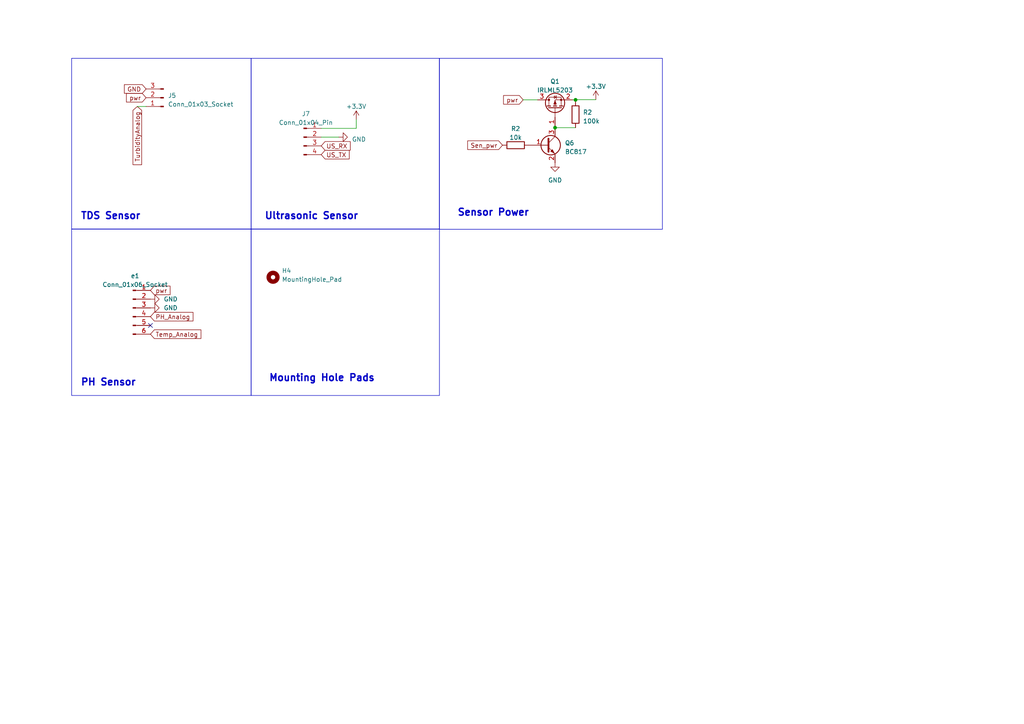
<source format=kicad_sch>
(kicad_sch (version 20230121) (generator eeschema)

  (uuid 8ecee2b4-30fd-4c0e-b0e5-063d2aae43a8)

  (paper "A4")

  (lib_symbols
    (symbol "Connector:Conn_01x03_Pin" (pin_names (offset 1.016) hide) (in_bom yes) (on_board yes)
      (property "Reference" "J" (at 0 5.08 0)
        (effects (font (size 1.27 1.27)))
      )
      (property "Value" "Conn_01x03_Pin" (at 0 -5.08 0)
        (effects (font (size 1.27 1.27)))
      )
      (property "Footprint" "" (at 0 0 0)
        (effects (font (size 1.27 1.27)) hide)
      )
      (property "Datasheet" "~" (at 0 0 0)
        (effects (font (size 1.27 1.27)) hide)
      )
      (property "ki_locked" "" (at 0 0 0)
        (effects (font (size 1.27 1.27)))
      )
      (property "ki_keywords" "connector" (at 0 0 0)
        (effects (font (size 1.27 1.27)) hide)
      )
      (property "ki_description" "Generic connector, single row, 01x03, script generated" (at 0 0 0)
        (effects (font (size 1.27 1.27)) hide)
      )
      (property "ki_fp_filters" "Connector*:*_1x??_*" (at 0 0 0)
        (effects (font (size 1.27 1.27)) hide)
      )
      (symbol "Conn_01x03_Pin_1_1"
        (polyline
          (pts
            (xy 1.27 -2.54)
            (xy 0.8636 -2.54)
          )
          (stroke (width 0.1524) (type default))
          (fill (type none))
        )
        (polyline
          (pts
            (xy 1.27 0)
            (xy 0.8636 0)
          )
          (stroke (width 0.1524) (type default))
          (fill (type none))
        )
        (polyline
          (pts
            (xy 1.27 2.54)
            (xy 0.8636 2.54)
          )
          (stroke (width 0.1524) (type default))
          (fill (type none))
        )
        (rectangle (start 0.8636 -2.413) (end 0 -2.667)
          (stroke (width 0.1524) (type default))
          (fill (type outline))
        )
        (rectangle (start 0.8636 0.127) (end 0 -0.127)
          (stroke (width 0.1524) (type default))
          (fill (type outline))
        )
        (rectangle (start 0.8636 2.667) (end 0 2.413)
          (stroke (width 0.1524) (type default))
          (fill (type outline))
        )
        (pin passive line (at 5.08 2.54 180) (length 3.81)
          (name "Pin_1" (effects (font (size 1.27 1.27))))
          (number "1" (effects (font (size 1.27 1.27))))
        )
        (pin passive line (at 5.08 0 180) (length 3.81)
          (name "Pin_2" (effects (font (size 1.27 1.27))))
          (number "2" (effects (font (size 1.27 1.27))))
        )
        (pin passive line (at 5.08 -2.54 180) (length 3.81)
          (name "Pin_3" (effects (font (size 1.27 1.27))))
          (number "3" (effects (font (size 1.27 1.27))))
        )
      )
    )
    (symbol "Connector:Conn_01x04_Pin" (pin_names (offset 1.016) hide) (in_bom yes) (on_board yes)
      (property "Reference" "J" (at 0 5.08 0)
        (effects (font (size 1.27 1.27)))
      )
      (property "Value" "Conn_01x04_Pin" (at 0 -7.62 0)
        (effects (font (size 1.27 1.27)))
      )
      (property "Footprint" "" (at 0 0 0)
        (effects (font (size 1.27 1.27)) hide)
      )
      (property "Datasheet" "~" (at 0 0 0)
        (effects (font (size 1.27 1.27)) hide)
      )
      (property "ki_locked" "" (at 0 0 0)
        (effects (font (size 1.27 1.27)))
      )
      (property "ki_keywords" "connector" (at 0 0 0)
        (effects (font (size 1.27 1.27)) hide)
      )
      (property "ki_description" "Generic connector, single row, 01x04, script generated" (at 0 0 0)
        (effects (font (size 1.27 1.27)) hide)
      )
      (property "ki_fp_filters" "Connector*:*_1x??_*" (at 0 0 0)
        (effects (font (size 1.27 1.27)) hide)
      )
      (symbol "Conn_01x04_Pin_1_1"
        (polyline
          (pts
            (xy 1.27 -5.08)
            (xy 0.8636 -5.08)
          )
          (stroke (width 0.1524) (type default))
          (fill (type none))
        )
        (polyline
          (pts
            (xy 1.27 -2.54)
            (xy 0.8636 -2.54)
          )
          (stroke (width 0.1524) (type default))
          (fill (type none))
        )
        (polyline
          (pts
            (xy 1.27 0)
            (xy 0.8636 0)
          )
          (stroke (width 0.1524) (type default))
          (fill (type none))
        )
        (polyline
          (pts
            (xy 1.27 2.54)
            (xy 0.8636 2.54)
          )
          (stroke (width 0.1524) (type default))
          (fill (type none))
        )
        (rectangle (start 0.8636 -4.953) (end 0 -5.207)
          (stroke (width 0.1524) (type default))
          (fill (type outline))
        )
        (rectangle (start 0.8636 -2.413) (end 0 -2.667)
          (stroke (width 0.1524) (type default))
          (fill (type outline))
        )
        (rectangle (start 0.8636 0.127) (end 0 -0.127)
          (stroke (width 0.1524) (type default))
          (fill (type outline))
        )
        (rectangle (start 0.8636 2.667) (end 0 2.413)
          (stroke (width 0.1524) (type default))
          (fill (type outline))
        )
        (pin passive line (at 5.08 2.54 180) (length 3.81)
          (name "Pin_1" (effects (font (size 1.27 1.27))))
          (number "1" (effects (font (size 1.27 1.27))))
        )
        (pin passive line (at 5.08 0 180) (length 3.81)
          (name "Pin_2" (effects (font (size 1.27 1.27))))
          (number "2" (effects (font (size 1.27 1.27))))
        )
        (pin passive line (at 5.08 -2.54 180) (length 3.81)
          (name "Pin_3" (effects (font (size 1.27 1.27))))
          (number "3" (effects (font (size 1.27 1.27))))
        )
        (pin passive line (at 5.08 -5.08 180) (length 3.81)
          (name "Pin_4" (effects (font (size 1.27 1.27))))
          (number "4" (effects (font (size 1.27 1.27))))
        )
      )
    )
    (symbol "Connector:Conn_01x06_Pin" (pin_names (offset 1.016) hide) (in_bom yes) (on_board yes)
      (property "Reference" "J" (at 0 7.62 0)
        (effects (font (size 1.27 1.27)))
      )
      (property "Value" "Conn_01x06_Pin" (at 0 -10.16 0)
        (effects (font (size 1.27 1.27)))
      )
      (property "Footprint" "" (at 0 0 0)
        (effects (font (size 1.27 1.27)) hide)
      )
      (property "Datasheet" "~" (at 0 0 0)
        (effects (font (size 1.27 1.27)) hide)
      )
      (property "ki_locked" "" (at 0 0 0)
        (effects (font (size 1.27 1.27)))
      )
      (property "ki_keywords" "connector" (at 0 0 0)
        (effects (font (size 1.27 1.27)) hide)
      )
      (property "ki_description" "Generic connector, single row, 01x06, script generated" (at 0 0 0)
        (effects (font (size 1.27 1.27)) hide)
      )
      (property "ki_fp_filters" "Connector*:*_1x??_*" (at 0 0 0)
        (effects (font (size 1.27 1.27)) hide)
      )
      (symbol "Conn_01x06_Pin_1_1"
        (polyline
          (pts
            (xy 1.27 -7.62)
            (xy 0.8636 -7.62)
          )
          (stroke (width 0.1524) (type default))
          (fill (type none))
        )
        (polyline
          (pts
            (xy 1.27 -5.08)
            (xy 0.8636 -5.08)
          )
          (stroke (width 0.1524) (type default))
          (fill (type none))
        )
        (polyline
          (pts
            (xy 1.27 -2.54)
            (xy 0.8636 -2.54)
          )
          (stroke (width 0.1524) (type default))
          (fill (type none))
        )
        (polyline
          (pts
            (xy 1.27 0)
            (xy 0.8636 0)
          )
          (stroke (width 0.1524) (type default))
          (fill (type none))
        )
        (polyline
          (pts
            (xy 1.27 2.54)
            (xy 0.8636 2.54)
          )
          (stroke (width 0.1524) (type default))
          (fill (type none))
        )
        (polyline
          (pts
            (xy 1.27 5.08)
            (xy 0.8636 5.08)
          )
          (stroke (width 0.1524) (type default))
          (fill (type none))
        )
        (rectangle (start 0.8636 -7.493) (end 0 -7.747)
          (stroke (width 0.1524) (type default))
          (fill (type outline))
        )
        (rectangle (start 0.8636 -4.953) (end 0 -5.207)
          (stroke (width 0.1524) (type default))
          (fill (type outline))
        )
        (rectangle (start 0.8636 -2.413) (end 0 -2.667)
          (stroke (width 0.1524) (type default))
          (fill (type outline))
        )
        (rectangle (start 0.8636 0.127) (end 0 -0.127)
          (stroke (width 0.1524) (type default))
          (fill (type outline))
        )
        (rectangle (start 0.8636 2.667) (end 0 2.413)
          (stroke (width 0.1524) (type default))
          (fill (type outline))
        )
        (rectangle (start 0.8636 5.207) (end 0 4.953)
          (stroke (width 0.1524) (type default))
          (fill (type outline))
        )
        (pin passive line (at 5.08 5.08 180) (length 3.81)
          (name "Pin_1" (effects (font (size 1.27 1.27))))
          (number "1" (effects (font (size 1.27 1.27))))
        )
        (pin passive line (at 5.08 2.54 180) (length 3.81)
          (name "Pin_2" (effects (font (size 1.27 1.27))))
          (number "2" (effects (font (size 1.27 1.27))))
        )
        (pin passive line (at 5.08 0 180) (length 3.81)
          (name "Pin_3" (effects (font (size 1.27 1.27))))
          (number "3" (effects (font (size 1.27 1.27))))
        )
        (pin passive line (at 5.08 -2.54 180) (length 3.81)
          (name "Pin_4" (effects (font (size 1.27 1.27))))
          (number "4" (effects (font (size 1.27 1.27))))
        )
        (pin passive line (at 5.08 -5.08 180) (length 3.81)
          (name "Pin_5" (effects (font (size 1.27 1.27))))
          (number "5" (effects (font (size 1.27 1.27))))
        )
        (pin passive line (at 5.08 -7.62 180) (length 3.81)
          (name "Pin_6" (effects (font (size 1.27 1.27))))
          (number "6" (effects (font (size 1.27 1.27))))
        )
      )
    )
    (symbol "Device:R" (pin_numbers hide) (pin_names (offset 0)) (in_bom yes) (on_board yes)
      (property "Reference" "R" (at 2.032 0 90)
        (effects (font (size 1.27 1.27)))
      )
      (property "Value" "R" (at 0 0 90)
        (effects (font (size 1.27 1.27)))
      )
      (property "Footprint" "" (at -1.778 0 90)
        (effects (font (size 1.27 1.27)) hide)
      )
      (property "Datasheet" "~" (at 0 0 0)
        (effects (font (size 1.27 1.27)) hide)
      )
      (property "ki_keywords" "R res resistor" (at 0 0 0)
        (effects (font (size 1.27 1.27)) hide)
      )
      (property "ki_description" "Resistor" (at 0 0 0)
        (effects (font (size 1.27 1.27)) hide)
      )
      (property "ki_fp_filters" "R_*" (at 0 0 0)
        (effects (font (size 1.27 1.27)) hide)
      )
      (symbol "R_0_1"
        (rectangle (start -1.016 -2.54) (end 1.016 2.54)
          (stroke (width 0.254) (type default))
          (fill (type none))
        )
      )
      (symbol "R_1_1"
        (pin passive line (at 0 3.81 270) (length 1.27)
          (name "~" (effects (font (size 1.27 1.27))))
          (number "1" (effects (font (size 1.27 1.27))))
        )
        (pin passive line (at 0 -3.81 90) (length 1.27)
          (name "~" (effects (font (size 1.27 1.27))))
          (number "2" (effects (font (size 1.27 1.27))))
        )
      )
    )
    (symbol "Mechanical:MountingHole" (pin_names (offset 1.016)) (in_bom yes) (on_board yes)
      (property "Reference" "H" (at 0 5.08 0)
        (effects (font (size 1.27 1.27)))
      )
      (property "Value" "MountingHole" (at 0 3.175 0)
        (effects (font (size 1.27 1.27)))
      )
      (property "Footprint" "" (at 0 0 0)
        (effects (font (size 1.27 1.27)) hide)
      )
      (property "Datasheet" "~" (at 0 0 0)
        (effects (font (size 1.27 1.27)) hide)
      )
      (property "ki_keywords" "mounting hole" (at 0 0 0)
        (effects (font (size 1.27 1.27)) hide)
      )
      (property "ki_description" "Mounting Hole without connection" (at 0 0 0)
        (effects (font (size 1.27 1.27)) hide)
      )
      (property "ki_fp_filters" "MountingHole*" (at 0 0 0)
        (effects (font (size 1.27 1.27)) hide)
      )
      (symbol "MountingHole_0_1"
        (circle (center 0 0) (radius 1.27)
          (stroke (width 1.27) (type default))
          (fill (type none))
        )
      )
    )
    (symbol "Transistor_BJT:MMBT3904" (pin_names (offset 0) hide) (in_bom yes) (on_board yes)
      (property "Reference" "Q" (at 5.08 1.905 0)
        (effects (font (size 1.27 1.27)) (justify left))
      )
      (property "Value" "MMBT3904" (at 5.08 0 0)
        (effects (font (size 1.27 1.27)) (justify left))
      )
      (property "Footprint" "Package_TO_SOT_SMD:SOT-23" (at 5.08 -1.905 0)
        (effects (font (size 1.27 1.27) italic) (justify left) hide)
      )
      (property "Datasheet" "https://www.onsemi.com/pub/Collateral/2N3903-D.PDF" (at 0 0 0)
        (effects (font (size 1.27 1.27)) (justify left) hide)
      )
      (property "ki_keywords" "NPN Transistor" (at 0 0 0)
        (effects (font (size 1.27 1.27)) hide)
      )
      (property "ki_description" "0.2A Ic, 40V Vce, Small Signal NPN Transistor, SOT-23" (at 0 0 0)
        (effects (font (size 1.27 1.27)) hide)
      )
      (property "ki_fp_filters" "SOT?23*" (at 0 0 0)
        (effects (font (size 1.27 1.27)) hide)
      )
      (symbol "MMBT3904_0_1"
        (polyline
          (pts
            (xy 0.635 0.635)
            (xy 2.54 2.54)
          )
          (stroke (width 0) (type default))
          (fill (type none))
        )
        (polyline
          (pts
            (xy 0.635 -0.635)
            (xy 2.54 -2.54)
            (xy 2.54 -2.54)
          )
          (stroke (width 0) (type default))
          (fill (type none))
        )
        (polyline
          (pts
            (xy 0.635 1.905)
            (xy 0.635 -1.905)
            (xy 0.635 -1.905)
          )
          (stroke (width 0.508) (type default))
          (fill (type none))
        )
        (polyline
          (pts
            (xy 1.27 -1.778)
            (xy 1.778 -1.27)
            (xy 2.286 -2.286)
            (xy 1.27 -1.778)
            (xy 1.27 -1.778)
          )
          (stroke (width 0) (type default))
          (fill (type outline))
        )
        (circle (center 1.27 0) (radius 2.8194)
          (stroke (width 0.254) (type default))
          (fill (type none))
        )
      )
      (symbol "MMBT3904_1_1"
        (pin input line (at -5.08 0 0) (length 5.715)
          (name "B" (effects (font (size 1.27 1.27))))
          (number "1" (effects (font (size 1.27 1.27))))
        )
        (pin passive line (at 2.54 -5.08 90) (length 2.54)
          (name "E" (effects (font (size 1.27 1.27))))
          (number "2" (effects (font (size 1.27 1.27))))
        )
        (pin passive line (at 2.54 5.08 270) (length 2.54)
          (name "C" (effects (font (size 1.27 1.27))))
          (number "3" (effects (font (size 1.27 1.27))))
        )
      )
    )
    (symbol "Transistor_FET:IRLML5203" (pin_names hide) (in_bom yes) (on_board yes)
      (property "Reference" "Q" (at 5.08 1.905 0)
        (effects (font (size 1.27 1.27)) (justify left))
      )
      (property "Value" "IRLML5203" (at 5.08 0 0)
        (effects (font (size 1.27 1.27)) (justify left))
      )
      (property "Footprint" "Package_TO_SOT_SMD:SOT-23" (at 5.08 -1.905 0)
        (effects (font (size 1.27 1.27) italic) (justify left) hide)
      )
      (property "Datasheet" "https://www.infineon.com/dgdl/irlml5203pbf.pdf?fileId=5546d462533600a40153566868da261d" (at 0 0 0)
        (effects (font (size 1.27 1.27)) (justify left) hide)
      )
      (property "ki_keywords" "P-Channel HEXFET MOSFET" (at 0 0 0)
        (effects (font (size 1.27 1.27)) hide)
      )
      (property "ki_description" "-3.0A Id, -30V Vds, 98mOhm Rds, P-Channel HEXFET Power MOSFET, SOT-23" (at 0 0 0)
        (effects (font (size 1.27 1.27)) hide)
      )
      (property "ki_fp_filters" "SOT?23*" (at 0 0 0)
        (effects (font (size 1.27 1.27)) hide)
      )
      (symbol "IRLML5203_0_1"
        (polyline
          (pts
            (xy 0.254 0)
            (xy -2.54 0)
          )
          (stroke (width 0) (type default))
          (fill (type none))
        )
        (polyline
          (pts
            (xy 0.254 1.905)
            (xy 0.254 -1.905)
          )
          (stroke (width 0.254) (type default))
          (fill (type none))
        )
        (polyline
          (pts
            (xy 0.762 -1.27)
            (xy 0.762 -2.286)
          )
          (stroke (width 0.254) (type default))
          (fill (type none))
        )
        (polyline
          (pts
            (xy 0.762 0.508)
            (xy 0.762 -0.508)
          )
          (stroke (width 0.254) (type default))
          (fill (type none))
        )
        (polyline
          (pts
            (xy 0.762 2.286)
            (xy 0.762 1.27)
          )
          (stroke (width 0.254) (type default))
          (fill (type none))
        )
        (polyline
          (pts
            (xy 2.54 2.54)
            (xy 2.54 1.778)
          )
          (stroke (width 0) (type default))
          (fill (type none))
        )
        (polyline
          (pts
            (xy 2.54 -2.54)
            (xy 2.54 0)
            (xy 0.762 0)
          )
          (stroke (width 0) (type default))
          (fill (type none))
        )
        (polyline
          (pts
            (xy 0.762 1.778)
            (xy 3.302 1.778)
            (xy 3.302 -1.778)
            (xy 0.762 -1.778)
          )
          (stroke (width 0) (type default))
          (fill (type none))
        )
        (polyline
          (pts
            (xy 2.286 0)
            (xy 1.27 0.381)
            (xy 1.27 -0.381)
            (xy 2.286 0)
          )
          (stroke (width 0) (type default))
          (fill (type outline))
        )
        (polyline
          (pts
            (xy 2.794 -0.508)
            (xy 2.921 -0.381)
            (xy 3.683 -0.381)
            (xy 3.81 -0.254)
          )
          (stroke (width 0) (type default))
          (fill (type none))
        )
        (polyline
          (pts
            (xy 3.302 -0.381)
            (xy 2.921 0.254)
            (xy 3.683 0.254)
            (xy 3.302 -0.381)
          )
          (stroke (width 0) (type default))
          (fill (type none))
        )
        (circle (center 1.651 0) (radius 2.794)
          (stroke (width 0.254) (type default))
          (fill (type none))
        )
        (circle (center 2.54 -1.778) (radius 0.254)
          (stroke (width 0) (type default))
          (fill (type outline))
        )
        (circle (center 2.54 1.778) (radius 0.254)
          (stroke (width 0) (type default))
          (fill (type outline))
        )
      )
      (symbol "IRLML5203_1_1"
        (pin input line (at -5.08 0 0) (length 2.54)
          (name "G" (effects (font (size 1.27 1.27))))
          (number "1" (effects (font (size 1.27 1.27))))
        )
        (pin passive line (at 2.54 -5.08 90) (length 2.54)
          (name "S" (effects (font (size 1.27 1.27))))
          (number "2" (effects (font (size 1.27 1.27))))
        )
        (pin passive line (at 2.54 5.08 270) (length 2.54)
          (name "D" (effects (font (size 1.27 1.27))))
          (number "3" (effects (font (size 1.27 1.27))))
        )
      )
    )
    (symbol "power:+3.3V" (power) (pin_names (offset 0)) (in_bom yes) (on_board yes)
      (property "Reference" "#PWR" (at 0 -3.81 0)
        (effects (font (size 1.27 1.27)) hide)
      )
      (property "Value" "+3.3V" (at 0 3.556 0)
        (effects (font (size 1.27 1.27)))
      )
      (property "Footprint" "" (at 0 0 0)
        (effects (font (size 1.27 1.27)) hide)
      )
      (property "Datasheet" "" (at 0 0 0)
        (effects (font (size 1.27 1.27)) hide)
      )
      (property "ki_keywords" "global power" (at 0 0 0)
        (effects (font (size 1.27 1.27)) hide)
      )
      (property "ki_description" "Power symbol creates a global label with name \"+3.3V\"" (at 0 0 0)
        (effects (font (size 1.27 1.27)) hide)
      )
      (symbol "+3.3V_0_1"
        (polyline
          (pts
            (xy -0.762 1.27)
            (xy 0 2.54)
          )
          (stroke (width 0) (type default))
          (fill (type none))
        )
        (polyline
          (pts
            (xy 0 0)
            (xy 0 2.54)
          )
          (stroke (width 0) (type default))
          (fill (type none))
        )
        (polyline
          (pts
            (xy 0 2.54)
            (xy 0.762 1.27)
          )
          (stroke (width 0) (type default))
          (fill (type none))
        )
      )
      (symbol "+3.3V_1_1"
        (pin power_in line (at 0 0 90) (length 0) hide
          (name "+3.3V" (effects (font (size 1.27 1.27))))
          (number "1" (effects (font (size 1.27 1.27))))
        )
      )
    )
    (symbol "power:GND" (power) (pin_names (offset 0)) (in_bom yes) (on_board yes)
      (property "Reference" "#PWR" (at 0 -6.35 0)
        (effects (font (size 1.27 1.27)) hide)
      )
      (property "Value" "GND" (at 0 -3.81 0)
        (effects (font (size 1.27 1.27)))
      )
      (property "Footprint" "" (at 0 0 0)
        (effects (font (size 1.27 1.27)) hide)
      )
      (property "Datasheet" "" (at 0 0 0)
        (effects (font (size 1.27 1.27)) hide)
      )
      (property "ki_keywords" "global power" (at 0 0 0)
        (effects (font (size 1.27 1.27)) hide)
      )
      (property "ki_description" "Power symbol creates a global label with name \"GND\" , ground" (at 0 0 0)
        (effects (font (size 1.27 1.27)) hide)
      )
      (symbol "GND_0_1"
        (polyline
          (pts
            (xy 0 0)
            (xy 0 -1.27)
            (xy 1.27 -1.27)
            (xy 0 -2.54)
            (xy -1.27 -1.27)
            (xy 0 -1.27)
          )
          (stroke (width 0) (type default))
          (fill (type none))
        )
      )
      (symbol "GND_1_1"
        (pin power_in line (at 0 0 270) (length 0) hide
          (name "GND" (effects (font (size 1.27 1.27))))
          (number "1" (effects (font (size 1.27 1.27))))
        )
      )
    )
  )

  (junction (at 166.9288 28.956) (diameter 0) (color 0 0 0 0)
    (uuid 3f567e50-5132-4624-827f-5a549241aedb)
  )
  (junction (at 160.9852 37.0332) (diameter 0) (color 0 0 0 0)
    (uuid 8f553832-3bcf-4ff6-8fbe-0cd261d3b858)
  )

  (no_connect (at 43.6372 94.3864) (uuid 5a12777d-d307-4eea-9f1e-57d1eb80445b))

  (wire (pts (xy 166.9288 29.4132) (xy 166.9288 28.956))
    (stroke (width 0) (type default))
    (uuid 289071f7-6920-4915-b20f-91ceaa761933)
  )
  (wire (pts (xy 166.9288 37.0332) (xy 160.9852 37.0332))
    (stroke (width 0) (type default))
    (uuid 28b59bde-3e54-44fb-bbe4-47594815faee)
  )
  (wire (pts (xy 93.1672 37.2364) (xy 103.3272 37.2364))
    (stroke (width 0) (type default))
    (uuid 4740c882-c378-426a-b579-dbe58e649606)
  )
  (wire (pts (xy 103.3272 37.2364) (xy 103.3272 34.6964))
    (stroke (width 0) (type default))
    (uuid 6b4c6cb7-4fb3-4b0b-b617-dfa67beb7803)
  )
  (wire (pts (xy 42.3672 30.8864) (xy 39.8272 30.8864))
    (stroke (width 0) (type default))
    (uuid 77ffc934-1962-4785-bb62-c77f131e5d1c)
  )
  (wire (pts (xy 167.132 28.9052) (xy 167.132 28.956))
    (stroke (width 0) (type default))
    (uuid 817afc96-5fc2-4978-88c5-1df7a2f30b0d)
  )
  (wire (pts (xy 172.8216 28.9052) (xy 167.132 28.9052))
    (stroke (width 0) (type default))
    (uuid 89301d9c-66cd-49db-bedb-a7f0040603ed)
  )
  (wire (pts (xy 166.0652 28.956) (xy 166.9288 28.956))
    (stroke (width 0) (type default))
    (uuid b3f248a9-1f46-46c8-a0ec-5a433b879031)
  )
  (wire (pts (xy 151.7396 28.956) (xy 155.9052 28.956))
    (stroke (width 0) (type default))
    (uuid bdffc868-b617-47d2-8cca-69818baad986)
  )
  (wire (pts (xy 160.9852 36.576) (xy 160.9852 37.0332))
    (stroke (width 0) (type default))
    (uuid cb134a30-c2b5-401a-8d3e-94662b40d216)
  )
  (wire (pts (xy 166.9288 28.956) (xy 167.132 28.956))
    (stroke (width 0) (type default))
    (uuid d375bd7c-96c3-480b-bf36-5feb3316aeee)
  )
  (wire (pts (xy 93.1672 39.7764) (xy 98.2472 39.7764))
    (stroke (width 0) (type default))
    (uuid e03ac7eb-01e8-4ab2-9fa8-87f47a62be56)
  )

  (rectangle (start 20.7772 66.4464) (end 72.8472 114.7064)
    (stroke (width 0) (type default))
    (fill (type none))
    (uuid 17ee1374-edc8-49c0-81a2-80070babedfb)
  )
  (rectangle (start 72.8472 16.9164) (end 127.4572 66.4464)
    (stroke (width 0) (type default))
    (fill (type none))
    (uuid 432d1c9b-1a7c-4227-8420-c19bee2c188b)
  )
  (rectangle (start 127.4064 16.9164) (end 192.1256 66.4972)
    (stroke (width 0) (type default))
    (fill (type none))
    (uuid 81872eb0-aa08-41bd-bc27-be3aa7652b94)
  )
  (rectangle (start 72.8472 66.4464) (end 127.4572 114.7064)
    (stroke (width 0) (type default))
    (fill (type none))
    (uuid e5db12e7-5d5e-431d-8dd1-c63c50d0c333)
  )
  (rectangle (start 20.7772 16.9164) (end 72.8472 66.4464)
    (stroke (width 0) (type default))
    (fill (type none))
    (uuid fd9d77ed-446c-4e33-bde7-dbd756eb3ddd)
  )

  (text "PH Sensor\n" (at 23.3172 112.1664 0)
    (effects (font (size 2 2) (thickness 0.4) bold) (justify left bottom))
    (uuid 331187a5-a124-4ebe-83aa-6057f4b9a000)
  )
  (text "Ultrasonic Sensor\n" (at 76.6572 63.9064 0)
    (effects (font (size 2 2) (thickness 0.4) bold) (justify left bottom))
    (uuid 7e3cbd63-6373-4a21-8dbf-007ff23e1a90)
  )
  (text "TDS Sensor" (at 23.3172 63.9064 0)
    (effects (font (size 2 2) (thickness 0.4) bold) (justify left bottom))
    (uuid a1e6afe5-155e-4f54-af44-e1c3b6744380)
  )
  (text "Mounting Hole Pads\n" (at 77.9272 110.8964 0)
    (effects (font (size 2 2) (thickness 0.4) bold) (justify left bottom))
    (uuid b48023ed-db18-42d5-a128-08de22e5ada6)
  )
  (text "Sensor Power\n\n\n\n\n" (at 132.588 75.7936 0)
    (effects (font (size 2 2) (thickness 0.4) bold) (justify left bottom))
    (uuid f0c3c07d-dddc-4b95-afa8-eb09323ca93d)
  )

  (global_label "US_TX" (shape input) (at 93.1672 44.8564 0) (fields_autoplaced)
    (effects (font (size 1.27 1.27)) (justify left))
    (uuid 2a858251-6a80-4341-aca4-fdab9dc4fb7a)
    (property "Intersheetrefs" "${INTERSHEET_REFS}" (at 101.7577 44.8564 0)
      (effects (font (size 1.27 1.27)) (justify left) hide)
    )
  )
  (global_label "TurbidityAnalog" (shape input) (at 39.8272 30.8864 270) (fields_autoplaced)
    (effects (font (size 1.27 1.27)) (justify right))
    (uuid 3a8b6a75-62fc-4d50-9d0b-4bdec486ac72)
    (property "Intersheetrefs" "${INTERSHEET_REFS}" (at 39.8272 48.2457 90)
      (effects (font (size 1.27 1.27)) (justify right) hide)
    )
  )
  (global_label "US_RX" (shape input) (at 93.1672 42.3164 0) (fields_autoplaced)
    (effects (font (size 1.27 1.27)) (justify left))
    (uuid 42f9c48d-f043-40aa-962e-e8959e95423d)
    (property "Intersheetrefs" "${INTERSHEET_REFS}" (at 102.0601 42.3164 0)
      (effects (font (size 1.27 1.27)) (justify left) hide)
    )
  )
  (global_label "pwr" (shape input) (at 42.3672 28.3464 180) (fields_autoplaced)
    (effects (font (size 1.27 1.27)) (justify right))
    (uuid 4fe27f42-2b5b-44ed-b0b1-7c697dd8e949)
    (property "Intersheetrefs" "${INTERSHEET_REFS}" (at 36.1957 28.3464 0)
      (effects (font (size 1.27 1.27)) (justify right) hide)
    )
  )
  (global_label "Sen_pwr" (shape input) (at 145.7452 42.1132 180) (fields_autoplaced)
    (effects (font (size 1.27 1.27)) (justify right))
    (uuid 51cbcb95-8f22-4d07-b940-7192fc13e4b1)
    (property "Intersheetrefs" "${INTERSHEET_REFS}" (at 135.159 42.1132 0)
      (effects (font (size 1.27 1.27)) (justify right) hide)
    )
  )
  (global_label "Temp_Analog" (shape input) (at 43.6372 96.9264 0) (fields_autoplaced)
    (effects (font (size 1.27 1.27)) (justify left))
    (uuid bee7a20d-6133-4cbe-843e-978a32679dee)
    (property "Intersheetrefs" "${INTERSHEET_REFS}" (at 58.7589 96.9264 0)
      (effects (font (size 1.27 1.27)) (justify left) hide)
    )
  )
  (global_label "pwr" (shape input) (at 43.6372 84.2264 0) (fields_autoplaced)
    (effects (font (size 1.27 1.27)) (justify left))
    (uuid cd7df856-27e4-438a-85cd-7c9434852df7)
    (property "Intersheetrefs" "${INTERSHEET_REFS}" (at 49.8087 84.2264 0)
      (effects (font (size 1.27 1.27)) (justify left) hide)
    )
  )
  (global_label "PH_Analog" (shape input) (at 43.6372 91.8464 0) (fields_autoplaced)
    (effects (font (size 1.27 1.27)) (justify left))
    (uuid d8e81df1-8213-45a6-9e45-56c29072364b)
    (property "Intersheetrefs" "${INTERSHEET_REFS}" (at 56.4609 91.8464 0)
      (effects (font (size 1.27 1.27)) (justify left) hide)
    )
  )
  (global_label "GND" (shape input) (at 42.3672 25.8064 180) (fields_autoplaced)
    (effects (font (size 1.27 1.27)) (justify right))
    (uuid e77cdbd7-5f30-45fc-a4ac-061093e7f3ad)
    (property "Intersheetrefs" "${INTERSHEET_REFS}" (at 35.5909 25.8064 0)
      (effects (font (size 1.27 1.27)) (justify right) hide)
    )
  )
  (global_label "pwr" (shape input) (at 151.7396 28.956 180) (fields_autoplaced)
    (effects (font (size 1.27 1.27)) (justify right))
    (uuid f0b57d03-f85f-476b-b3b4-396973292e5f)
    (property "Intersheetrefs" "${INTERSHEET_REFS}" (at 145.5681 28.956 0)
      (effects (font (size 1.27 1.27)) (justify right) hide)
    )
  )

  (symbol (lib_id "power:+3.3V") (at 172.8216 28.9052 0) (unit 1)
    (in_bom yes) (on_board yes) (dnp no)
    (uuid 005e5f02-a90c-44f5-8124-628f86a9ad54)
    (property "Reference" "#PWR01" (at 172.8216 32.7152 0)
      (effects (font (size 1.27 1.27)) hide)
    )
    (property "Value" "+3.3V" (at 172.8216 25.0952 0)
      (effects (font (size 1.27 1.27)))
    )
    (property "Footprint" "" (at 172.8216 28.9052 0)
      (effects (font (size 1.27 1.27)) hide)
    )
    (property "Datasheet" "" (at 172.8216 28.9052 0)
      (effects (font (size 1.27 1.27)) hide)
    )
    (pin "1" (uuid 10e57907-ed8b-4c7b-b8d1-663cfb39bcc2))
    (instances
      (project "RECTIFIED CIRCUIT"
        (path "/15d8fe1c-6bc9-406f-8c82-4650b46b74f7"
          (reference "#PWR01") (unit 1)
        )
        (path "/15d8fe1c-6bc9-406f-8c82-4650b46b74f7/1f0f5415-ffb3-44c5-a9d5-4b8ede3e9ecd"
          (reference "#PWR01") (unit 1)
        )
        (path "/15d8fe1c-6bc9-406f-8c82-4650b46b74f7/c8c87f86-0337-4d16-9e62-bb3a8e633059"
          (reference "#PWR01") (unit 1)
        )
      )
      (project "POWER  WATER CIRCUIT"
        (path "/ed26ffac-5a1b-47b4-af6c-0a896f4f3a48/e160eab0-0e68-46e4-80f2-3805f9ba29a3"
          (reference "#PWR024") (unit 1)
        )
        (path "/ed26ffac-5a1b-47b4-af6c-0a896f4f3a48/c21165f6-568f-4851-a642-af7d4e0c0ac4"
          (reference "#PWR024") (unit 1)
        )
      )
    )
  )

  (symbol (lib_id "Device:R") (at 149.5552 42.1132 90) (unit 1)
    (in_bom yes) (on_board yes) (dnp no) (fields_autoplaced)
    (uuid 0afbc413-329a-428a-871c-377e3b6e1a8c)
    (property "Reference" "R2" (at 149.5552 37.338 90)
      (effects (font (size 1.27 1.27)))
    )
    (property "Value" "10k" (at 149.5552 39.878 90)
      (effects (font (size 1.27 1.27)))
    )
    (property "Footprint" "Resistor_SMD:R_0805_2012Metric_Pad1.20x1.40mm_HandSolder" (at 149.5552 43.8912 90)
      (effects (font (size 1.27 1.27)) hide)
    )
    (property "Datasheet" "~" (at 149.5552 42.1132 0)
      (effects (font (size 1.27 1.27)) hide)
    )
    (pin "1" (uuid f1f09e21-69ff-4a18-b7c5-3daefbe49bb7))
    (pin "2" (uuid 254e3003-9e2d-4473-9be2-eea6b58d02ea))
    (instances
      (project "RECTIFIED CIRCUIT"
        (path "/15d8fe1c-6bc9-406f-8c82-4650b46b74f7"
          (reference "R2") (unit 1)
        )
        (path "/15d8fe1c-6bc9-406f-8c82-4650b46b74f7/1f0f5415-ffb3-44c5-a9d5-4b8ede3e9ecd"
          (reference "R2") (unit 1)
        )
        (path "/15d8fe1c-6bc9-406f-8c82-4650b46b74f7/c8c87f86-0337-4d16-9e62-bb3a8e633059"
          (reference "R2") (unit 1)
        )
      )
      (project "POWER  WATER CIRCUIT"
        (path "/ed26ffac-5a1b-47b4-af6c-0a896f4f3a48/e160eab0-0e68-46e4-80f2-3805f9ba29a3"
          (reference "R15") (unit 1)
        )
        (path "/ed26ffac-5a1b-47b4-af6c-0a896f4f3a48/c21165f6-568f-4851-a642-af7d4e0c0ac4"
          (reference "R15") (unit 1)
        )
      )
    )
  )

  (symbol (lib_id "power:GND") (at 98.2472 39.7764 90) (unit 1)
    (in_bom yes) (on_board yes) (dnp no) (fields_autoplaced)
    (uuid 4146bbdb-ed64-4742-9675-3fe1a62c37c6)
    (property "Reference" "#PWR032" (at 104.5972 39.7764 0)
      (effects (font (size 1.27 1.27)) hide)
    )
    (property "Value" "GND" (at 102.0572 40.4114 90)
      (effects (font (size 1.27 1.27)) (justify right))
    )
    (property "Footprint" "" (at 98.2472 39.7764 0)
      (effects (font (size 1.27 1.27)) hide)
    )
    (property "Datasheet" "" (at 98.2472 39.7764 0)
      (effects (font (size 1.27 1.27)) hide)
    )
    (pin "1" (uuid 710b5561-305f-4e8a-92e5-ada87e4ba3d3))
    (instances
      (project "RECTIFIED CIRCUIT"
        (path "/15d8fe1c-6bc9-406f-8c82-4650b46b74f7"
          (reference "#PWR032") (unit 1)
        )
        (path "/15d8fe1c-6bc9-406f-8c82-4650b46b74f7/1f0f5415-ffb3-44c5-a9d5-4b8ede3e9ecd"
          (reference "#PWR035") (unit 1)
        )
      )
      (project "POWER  WATER CIRCUIT"
        (path "/ed26ffac-5a1b-47b4-af6c-0a896f4f3a48/c21165f6-568f-4851-a642-af7d4e0c0ac4"
          (reference "#PWR038") (unit 1)
        )
      )
    )
  )

  (symbol (lib_id "power:GND") (at 43.6372 86.7664 90) (unit 1)
    (in_bom yes) (on_board yes) (dnp no)
    (uuid 58bd491a-8018-4ea5-94db-232b06f1c32e)
    (property "Reference" "#PWR027" (at 49.9872 86.7664 0)
      (effects (font (size 1.27 1.27)) hide)
    )
    (property "Value" "GND" (at 47.4472 86.7664 90)
      (effects (font (size 1.27 1.27)) (justify right))
    )
    (property "Footprint" "" (at 43.6372 86.7664 0)
      (effects (font (size 1.27 1.27)) hide)
    )
    (property "Datasheet" "" (at 43.6372 86.7664 0)
      (effects (font (size 1.27 1.27)) hide)
    )
    (pin "1" (uuid 3dab79e6-095a-4e24-ad51-2323dbc5debc))
    (instances
      (project "RECTIFIED CIRCUIT"
        (path "/15d8fe1c-6bc9-406f-8c82-4650b46b74f7"
          (reference "#PWR027") (unit 1)
        )
        (path "/15d8fe1c-6bc9-406f-8c82-4650b46b74f7/1f0f5415-ffb3-44c5-a9d5-4b8ede3e9ecd"
          (reference "#PWR032") (unit 1)
        )
      )
      (project "POWER  WATER CIRCUIT"
        (path "/ed26ffac-5a1b-47b4-af6c-0a896f4f3a48/c21165f6-568f-4851-a642-af7d4e0c0ac4"
          (reference "#PWR036") (unit 1)
        )
      )
    )
  )

  (symbol (lib_id "power:GND") (at 160.9852 47.1932 0) (unit 1)
    (in_bom yes) (on_board yes) (dnp no) (fields_autoplaced)
    (uuid 78d1d92b-12e0-43f0-8b7c-7a562425df83)
    (property "Reference" "#PWR03" (at 160.9852 53.5432 0)
      (effects (font (size 1.27 1.27)) hide)
    )
    (property "Value" "GND" (at 160.9852 52.2732 0)
      (effects (font (size 1.27 1.27)))
    )
    (property "Footprint" "" (at 160.9852 47.1932 0)
      (effects (font (size 1.27 1.27)) hide)
    )
    (property "Datasheet" "" (at 160.9852 47.1932 0)
      (effects (font (size 1.27 1.27)) hide)
    )
    (pin "1" (uuid c3233ef8-6f99-4ef0-88d2-691e711a27fc))
    (instances
      (project "RECTIFIED CIRCUIT"
        (path "/15d8fe1c-6bc9-406f-8c82-4650b46b74f7"
          (reference "#PWR03") (unit 1)
        )
        (path "/15d8fe1c-6bc9-406f-8c82-4650b46b74f7/1f0f5415-ffb3-44c5-a9d5-4b8ede3e9ecd"
          (reference "#PWR03") (unit 1)
        )
        (path "/15d8fe1c-6bc9-406f-8c82-4650b46b74f7/c8c87f86-0337-4d16-9e62-bb3a8e633059"
          (reference "#PWR02") (unit 1)
        )
      )
      (project "POWER  WATER CIRCUIT"
        (path "/ed26ffac-5a1b-47b4-af6c-0a896f4f3a48/e160eab0-0e68-46e4-80f2-3805f9ba29a3"
          (reference "#PWR027") (unit 1)
        )
        (path "/ed26ffac-5a1b-47b4-af6c-0a896f4f3a48/c21165f6-568f-4851-a642-af7d4e0c0ac4"
          (reference "#PWR027") (unit 1)
        )
      )
    )
  )

  (symbol (lib_id "Transistor_FET:IRLML5203") (at 160.9852 31.496 90) (unit 1)
    (in_bom yes) (on_board yes) (dnp no) (fields_autoplaced)
    (uuid 9ff6552f-5170-4198-af05-e2c7c31b0e31)
    (property "Reference" "Q1" (at 160.9852 23.622 90)
      (effects (font (size 1.27 1.27)))
    )
    (property "Value" "IRLML5203" (at 160.9852 26.162 90)
      (effects (font (size 1.27 1.27)))
    )
    (property "Footprint" "Package_TO_SOT_SMD:SOT-23" (at 162.8902 26.416 0)
      (effects (font (size 1.27 1.27) italic) (justify left) hide)
    )
    (property "Datasheet" "https://www.infineon.com/dgdl/irlml5203pbf.pdf?fileId=5546d462533600a40153566868da261d" (at 160.9852 31.496 0)
      (effects (font (size 1.27 1.27)) (justify left) hide)
    )
    (pin "1" (uuid 1f399d14-12c7-434f-846f-fd6335533991))
    (pin "2" (uuid 7021dcf1-7005-4e17-b850-0449c4332708))
    (pin "3" (uuid 897a2a1b-31ef-438a-ac95-e0f262e498cf))
    (instances
      (project "RECTIFIED CIRCUIT"
        (path "/15d8fe1c-6bc9-406f-8c82-4650b46b74f7/c8c87f86-0337-4d16-9e62-bb3a8e633059"
          (reference "Q1") (unit 1)
        )
      )
      (project "POWER  WATER CIRCUIT"
        (path "/ed26ffac-5a1b-47b4-af6c-0a896f4f3a48/e160eab0-0e68-46e4-80f2-3805f9ba29a3"
          (reference "Q3") (unit 1)
        )
        (path "/ed26ffac-5a1b-47b4-af6c-0a896f4f3a48/c21165f6-568f-4851-a642-af7d4e0c0ac4"
          (reference "Q3") (unit 1)
        )
      )
    )
  )

  (symbol (lib_id "power:GND") (at 43.6372 89.3064 90) (unit 1)
    (in_bom yes) (on_board yes) (dnp no)
    (uuid b504ed64-8990-48c2-bdee-2a18a29ee8e0)
    (property "Reference" "#PWR036" (at 49.9872 89.3064 0)
      (effects (font (size 1.27 1.27)) hide)
    )
    (property "Value" "GND" (at 47.4472 89.3064 90)
      (effects (font (size 1.27 1.27)) (justify right))
    )
    (property "Footprint" "" (at 43.6372 89.3064 0)
      (effects (font (size 1.27 1.27)) hide)
    )
    (property "Datasheet" "" (at 43.6372 89.3064 0)
      (effects (font (size 1.27 1.27)) hide)
    )
    (pin "1" (uuid 63e1d76e-7b48-4f9e-b102-ecaf09dbfd6a))
    (instances
      (project "RECTIFIED CIRCUIT"
        (path "/15d8fe1c-6bc9-406f-8c82-4650b46b74f7"
          (reference "#PWR036") (unit 1)
        )
        (path "/15d8fe1c-6bc9-406f-8c82-4650b46b74f7/1f0f5415-ffb3-44c5-a9d5-4b8ede3e9ecd"
          (reference "#PWR033") (unit 1)
        )
      )
      (project "POWER  WATER CIRCUIT"
        (path "/ed26ffac-5a1b-47b4-af6c-0a896f4f3a48/c21165f6-568f-4851-a642-af7d4e0c0ac4"
          (reference "#PWR037") (unit 1)
        )
      )
    )
  )

  (symbol (lib_id "Device:R") (at 166.9288 33.2232 180) (unit 1)
    (in_bom yes) (on_board yes) (dnp no) (fields_autoplaced)
    (uuid b6e6133b-8239-4037-aaf8-98e0608a83ff)
    (property "Reference" "R2" (at 169.0624 32.5882 0)
      (effects (font (size 1.27 1.27)) (justify right))
    )
    (property "Value" "100k" (at 169.0624 35.1282 0)
      (effects (font (size 1.27 1.27)) (justify right))
    )
    (property "Footprint" "Resistor_SMD:R_0805_2012Metric_Pad1.20x1.40mm_HandSolder" (at 168.7068 33.2232 90)
      (effects (font (size 1.27 1.27)) hide)
    )
    (property "Datasheet" "~" (at 166.9288 33.2232 0)
      (effects (font (size 1.27 1.27)) hide)
    )
    (pin "1" (uuid 3e7ae25e-a039-44ea-be91-f2649a1b1344))
    (pin "2" (uuid a95e0ed3-c82a-4626-83e7-5f919d33b2b1))
    (instances
      (project "RECTIFIED CIRCUIT"
        (path "/15d8fe1c-6bc9-406f-8c82-4650b46b74f7"
          (reference "R2") (unit 1)
        )
        (path "/15d8fe1c-6bc9-406f-8c82-4650b46b74f7/1f0f5415-ffb3-44c5-a9d5-4b8ede3e9ecd"
          (reference "R2") (unit 1)
        )
        (path "/15d8fe1c-6bc9-406f-8c82-4650b46b74f7/c8c87f86-0337-4d16-9e62-bb3a8e633059"
          (reference "R1") (unit 1)
        )
      )
      (project "POWER  WATER CIRCUIT"
        (path "/ed26ffac-5a1b-47b4-af6c-0a896f4f3a48/e160eab0-0e68-46e4-80f2-3805f9ba29a3"
          (reference "R16") (unit 1)
        )
        (path "/ed26ffac-5a1b-47b4-af6c-0a896f4f3a48/c21165f6-568f-4851-a642-af7d4e0c0ac4"
          (reference "R16") (unit 1)
        )
      )
    )
  )

  (symbol (lib_id "Connector:Conn_01x04_Pin") (at 88.0872 39.7764 0) (unit 1)
    (in_bom yes) (on_board yes) (dnp no) (fields_autoplaced)
    (uuid bdc14a87-6873-4cfa-9a13-d7ff8cfff31e)
    (property "Reference" "J7" (at 88.7222 33.02 0)
      (effects (font (size 1.27 1.27)))
    )
    (property "Value" "Conn_01x04_Pin" (at 88.7222 35.56 0)
      (effects (font (size 1.27 1.27)))
    )
    (property "Footprint" "Connector_JST:JST_EH_B4B-EH-A_1x04_P2.50mm_Vertical" (at 88.0872 39.7764 0)
      (effects (font (size 1.27 1.27)) hide)
    )
    (property "Datasheet" "~" (at 88.0872 39.7764 0)
      (effects (font (size 1.27 1.27)) hide)
    )
    (pin "1" (uuid ce3f3443-07db-4ce9-8f6b-30d8229cce11))
    (pin "2" (uuid 047b02d2-278f-41bb-8997-8c91d03a818f))
    (pin "3" (uuid 8dc689c1-efd3-4d5f-9ff8-126a903bb01c))
    (pin "4" (uuid 3d407a4f-1be6-438b-b529-8e51a1c1f021))
    (instances
      (project "RECTIFIED CIRCUIT"
        (path "/15d8fe1c-6bc9-406f-8c82-4650b46b74f7"
          (reference "J7") (unit 1)
        )
        (path "/15d8fe1c-6bc9-406f-8c82-4650b46b74f7/1f0f5415-ffb3-44c5-a9d5-4b8ede3e9ecd"
          (reference "J5") (unit 1)
        )
      )
      (project "POWER  WATER CIRCUIT"
        (path "/ed26ffac-5a1b-47b4-af6c-0a896f4f3a48/c21165f6-568f-4851-a642-af7d4e0c0ac4"
          (reference "ULTRASONIC1") (unit 1)
        )
      )
    )
  )

  (symbol (lib_id "Connector:Conn_01x03_Pin") (at 47.4472 28.3464 180) (unit 1)
    (in_bom yes) (on_board yes) (dnp no)
    (uuid c7ecc9a4-1e5b-4558-b59f-988f5c58557a)
    (property "Reference" "J5" (at 48.7172 27.7114 0)
      (effects (font (size 1.27 1.27)) (justify right))
    )
    (property "Value" "Conn_01x03_Socket" (at 48.7172 30.2514 0)
      (effects (font (size 1.27 1.27)) (justify right))
    )
    (property "Footprint" "Connector_JST:JST_EH_B3B-EH-A_1x03_P2.50mm_Vertical" (at 47.4472 28.3464 0)
      (effects (font (size 1.27 1.27)) hide)
    )
    (property "Datasheet" "~" (at 47.4472 28.3464 0)
      (effects (font (size 1.27 1.27)) hide)
    )
    (pin "1" (uuid ffe9a4d7-3cd1-4499-8dff-a0b22a48544a))
    (pin "2" (uuid dc723030-81dc-4de9-a2fe-c78a1f7aa5df))
    (pin "3" (uuid a518bf3f-c1a4-419d-9daa-52e244929b9a))
    (instances
      (project "RECTIFIED CIRCUIT"
        (path "/15d8fe1c-6bc9-406f-8c82-4650b46b74f7"
          (reference "J5") (unit 1)
        )
        (path "/15d8fe1c-6bc9-406f-8c82-4650b46b74f7/1f0f5415-ffb3-44c5-a9d5-4b8ede3e9ecd"
          (reference "J4") (unit 1)
        )
      )
      (project "POWER  WATER CIRCUIT"
        (path "/ed26ffac-5a1b-47b4-af6c-0a896f4f3a48/c21165f6-568f-4851-a642-af7d4e0c0ac4"
          (reference "TDS1") (unit 1)
        )
      )
    )
  )

  (symbol (lib_id "Mechanical:MountingHole") (at 79.1972 80.4164 0) (unit 1)
    (in_bom yes) (on_board yes) (dnp no) (fields_autoplaced)
    (uuid d3d3f5ce-4a89-4178-9fc5-92554bbc1702)
    (property "Reference" "H4" (at 81.7372 78.5114 0)
      (effects (font (size 1.27 1.27)) (justify left))
    )
    (property "Value" "MountingHole_Pad" (at 81.7372 81.0514 0)
      (effects (font (size 1.27 1.27)) (justify left))
    )
    (property "Footprint" "MountingHole:MountingHole_3.2mm_M3_Pad_Via" (at 79.1972 80.4164 0)
      (effects (font (size 1.27 1.27)) hide)
    )
    (property "Datasheet" "~" (at 79.1972 80.4164 0)
      (effects (font (size 1.27 1.27)) hide)
    )
    (instances
      (project "RECTIFIED CIRCUIT"
        (path "/15d8fe1c-6bc9-406f-8c82-4650b46b74f7"
          (reference "H4") (unit 1)
        )
        (path "/15d8fe1c-6bc9-406f-8c82-4650b46b74f7/1f0f5415-ffb3-44c5-a9d5-4b8ede3e9ecd"
          (reference "H1") (unit 1)
        )
      )
      (project "POWER  WATER CIRCUIT"
        (path "/ed26ffac-5a1b-47b4-af6c-0a896f4f3a48/c21165f6-568f-4851-a642-af7d4e0c0ac4"
          (reference "H1") (unit 1)
        )
      )
    )
  )

  (symbol (lib_id "Connector:Conn_01x06_Pin") (at 38.5572 89.3064 0) (unit 1)
    (in_bom yes) (on_board yes) (dnp no) (fields_autoplaced)
    (uuid d93902e4-98a6-4127-a3e7-690a5c6a1bec)
    (property "Reference" "e1" (at 39.1922 80.01 0)
      (effects (font (size 1.27 1.27)))
    )
    (property "Value" "Conn_01x06_Socket" (at 39.1922 82.55 0)
      (effects (font (size 1.27 1.27)))
    )
    (property "Footprint" "Connector_JST:JST_EH_B6B-EH-A_1x06_P2.50mm_Vertical" (at 38.5572 89.3064 0)
      (effects (font (size 1.27 1.27)) hide)
    )
    (property "Datasheet" "~" (at 38.5572 89.3064 0)
      (effects (font (size 1.27 1.27)) hide)
    )
    (pin "1" (uuid 09b3369f-52a2-4961-a751-37d4620ade1a))
    (pin "2" (uuid e81b7bf8-0a34-4230-a450-e9a16ea09be1))
    (pin "3" (uuid 54bae96f-462a-40f9-93f4-daf42b4e8fe6))
    (pin "4" (uuid 99e17b82-ee1a-4141-9212-56fa77829545))
    (pin "5" (uuid 2d95a581-e4b0-488d-9aff-dbed2eb4fd57))
    (pin "6" (uuid c8efe847-8436-48cc-a3f5-e3fd7b3d62ee))
    (instances
      (project "RECTIFIED CIRCUIT"
        (path "/15d8fe1c-6bc9-406f-8c82-4650b46b74f7"
          (reference "e1") (unit 1)
        )
        (path "/15d8fe1c-6bc9-406f-8c82-4650b46b74f7/1f0f5415-ffb3-44c5-a9d5-4b8ede3e9ecd"
          (reference "e1") (unit 1)
        )
      )
      (project "POWER  WATER CIRCUIT"
        (path "/ed26ffac-5a1b-47b4-af6c-0a896f4f3a48/c21165f6-568f-4851-a642-af7d4e0c0ac4"
          (reference "PH1") (unit 1)
        )
      )
    )
  )

  (symbol (lib_id "Transistor_BJT:MMBT3904") (at 158.4452 42.1132 0) (unit 1)
    (in_bom yes) (on_board yes) (dnp no) (fields_autoplaced)
    (uuid d97afb77-de1f-4ec0-a370-b8a6e84b402c)
    (property "Reference" "Q6" (at 163.83 41.4782 0)
      (effects (font (size 1.27 1.27)) (justify left))
    )
    (property "Value" "BC817" (at 163.83 44.0182 0)
      (effects (font (size 1.27 1.27)) (justify left))
    )
    (property "Footprint" "Package_TO_SOT_SMD:SOT-23" (at 163.5252 44.0182 0)
      (effects (font (size 1.27 1.27) italic) (justify left) hide)
    )
    (property "Datasheet" "https://www.onsemi.com/pub/Collateral/2N3903-D.PDF" (at 158.4452 42.1132 0)
      (effects (font (size 1.27 1.27)) (justify left) hide)
    )
    (pin "1" (uuid 07e72457-a0fb-4737-bd92-01fabb0c7407))
    (pin "2" (uuid ca067777-8bbb-4f95-88f9-ec28edf8b0c8))
    (pin "3" (uuid f852deb5-46de-4a45-a60c-ffa8fa441cf2))
    (instances
      (project "RECTIFIED CIRCUIT"
        (path "/15d8fe1c-6bc9-406f-8c82-4650b46b74f7/c8c87f86-0337-4d16-9e62-bb3a8e633059"
          (reference "Q6") (unit 1)
        )
      )
      (project "POWER  WATER CIRCUIT"
        (path "/ed26ffac-5a1b-47b4-af6c-0a896f4f3a48/e160eab0-0e68-46e4-80f2-3805f9ba29a3"
          (reference "Q2") (unit 1)
        )
        (path "/ed26ffac-5a1b-47b4-af6c-0a896f4f3a48/c21165f6-568f-4851-a642-af7d4e0c0ac4"
          (reference "Q2") (unit 1)
        )
      )
    )
  )

  (symbol (lib_id "power:+3.3V") (at 103.3272 34.6964 0) (unit 1)
    (in_bom yes) (on_board yes) (dnp no)
    (uuid eb1368ec-21c3-4358-ac4f-ce7025fa95d5)
    (property "Reference" "#PWR01" (at 103.3272 38.5064 0)
      (effects (font (size 1.27 1.27)) hide)
    )
    (property "Value" "+3.3V" (at 103.3272 30.8864 0)
      (effects (font (size 1.27 1.27)))
    )
    (property "Footprint" "" (at 103.3272 34.6964 0)
      (effects (font (size 1.27 1.27)) hide)
    )
    (property "Datasheet" "" (at 103.3272 34.6964 0)
      (effects (font (size 1.27 1.27)) hide)
    )
    (pin "1" (uuid 372946e8-7c88-4758-adde-c6b4a43d7aa8))
    (instances
      (project "RECTIFIED CIRCUIT"
        (path "/15d8fe1c-6bc9-406f-8c82-4650b46b74f7"
          (reference "#PWR01") (unit 1)
        )
        (path "/15d8fe1c-6bc9-406f-8c82-4650b46b74f7/1f0f5415-ffb3-44c5-a9d5-4b8ede3e9ecd"
          (reference "#PWR01") (unit 1)
        )
        (path "/15d8fe1c-6bc9-406f-8c82-4650b46b74f7/c8c87f86-0337-4d16-9e62-bb3a8e633059"
          (reference "#PWR01") (unit 1)
        )
      )
      (project "POWER  WATER CIRCUIT"
        (path "/ed26ffac-5a1b-47b4-af6c-0a896f4f3a48/e160eab0-0e68-46e4-80f2-3805f9ba29a3"
          (reference "#PWR024") (unit 1)
        )
        (path "/ed26ffac-5a1b-47b4-af6c-0a896f4f3a48/c21165f6-568f-4851-a642-af7d4e0c0ac4"
          (reference "#PWR042") (unit 1)
        )
      )
    )
  )
)

</source>
